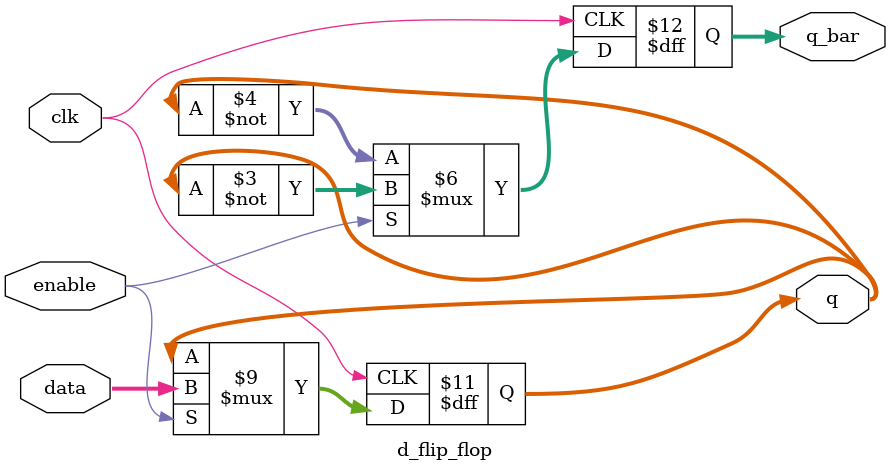
<source format=v>
/*************************************************************
Design Name 	: D Flip-Flop
File Name   	: d_flip_flop.v
Function    	: Implementation of D FLip FLop
Programer     	: Mohammad Abdul Moin Oninda
Last Modified	: 29-07-2019
*************************************************************/
module d_flip_flop(q, q_bar, clk, enable, data);

//Port declaration

//Output
output reg [3:0] q;
output reg [3:0] q_bar;

//Input
input clk;
input [3:0] data;
input enable;

always @(posedge clk)
	begin
		if(enable == 1'b1)
			begin
				q <= data;
				q_bar <= ~q;
			end
		else
			begin
				q <= q;
				q_bar <= ~q;
			end
	end
endmodule 
</source>
